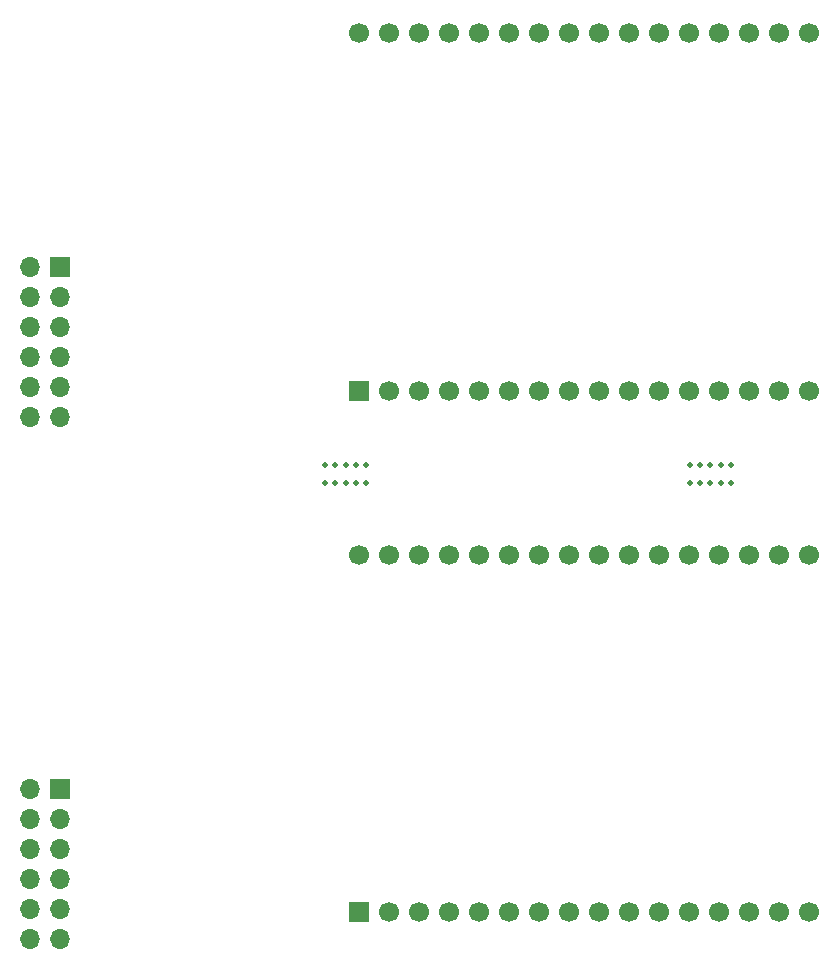
<source format=gbr>
%TF.GenerationSoftware,KiCad,Pcbnew,7.0.2*%
%TF.CreationDate,2023-08-12T01:48:42+09:00*%
%TF.ProjectId,Pmod_Matrix256,506d6f64-5f4d-4617-9472-69783235362e,rev?*%
%TF.SameCoordinates,Original*%
%TF.FileFunction,Soldermask,Bot*%
%TF.FilePolarity,Negative*%
%FSLAX46Y46*%
G04 Gerber Fmt 4.6, Leading zero omitted, Abs format (unit mm)*
G04 Created by KiCad (PCBNEW 7.0.2) date 2023-08-12 01:48:42*
%MOMM*%
%LPD*%
G01*
G04 APERTURE LIST*
%ADD10C,0.500000*%
%ADD11R,1.700000X1.700000*%
%ADD12O,1.700000X1.700000*%
%ADD13C,1.700000*%
G04 APERTURE END LIST*
D10*
%TO.C,REF\u002A\u002A*%
X132194500Y-62364000D03*
%TD*%
%TO.C,REF\u002A\u002A*%
X132194500Y-63964000D03*
%TD*%
%TO.C,REF\u002A\u002A*%
X134819500Y-62364000D03*
%TD*%
%TO.C,REF\u002A\u002A*%
X164805500Y-63964000D03*
%TD*%
D11*
%TO.C,J1*%
X108874500Y-89818000D03*
D12*
X108874500Y-92358000D03*
X108874500Y-94898000D03*
X108874500Y-97438000D03*
X108874500Y-99978000D03*
X108874500Y-102518000D03*
X106334500Y-89818000D03*
X106334500Y-92358000D03*
X106334500Y-94898000D03*
X106334500Y-97438000D03*
X106334500Y-99978000D03*
X106334500Y-102518000D03*
%TD*%
D10*
%TO.C,REF\u002A\u002A*%
X163930500Y-62364000D03*
%TD*%
%TO.C,REF\u002A\u002A*%
X131319500Y-63964000D03*
%TD*%
%TO.C,REF\u002A\u002A*%
X163055500Y-62364000D03*
%TD*%
%TO.C,REF\u002A\u002A*%
X165680500Y-62364000D03*
%TD*%
D11*
%TO.C,U1*%
X134212500Y-100266000D03*
D13*
X136752500Y-100266000D03*
X139292500Y-100266000D03*
X141832500Y-100266000D03*
X144372500Y-100266000D03*
X146912500Y-100266000D03*
X149452500Y-100266000D03*
X151992500Y-100266000D03*
X154532500Y-100266000D03*
X157072500Y-100266000D03*
X159612500Y-100266000D03*
X162152500Y-100266000D03*
X164692500Y-100266000D03*
X167232500Y-100266000D03*
X169772500Y-100266000D03*
X172312500Y-100266000D03*
X172312500Y-70006000D03*
X169772500Y-70006000D03*
X167232500Y-70006000D03*
X164692500Y-70006000D03*
X162152500Y-70006000D03*
X159612500Y-70006000D03*
X157072500Y-70006000D03*
X154532500Y-70006000D03*
X151992500Y-70006000D03*
X149452500Y-70006000D03*
X146912500Y-70006000D03*
X144372500Y-70006000D03*
X141832500Y-70006000D03*
X139292500Y-70006000D03*
X136752500Y-70006000D03*
X134212500Y-70006000D03*
%TD*%
D10*
%TO.C,REF\u002A\u002A*%
X131319500Y-62364000D03*
%TD*%
%TO.C,REF\u002A\u002A*%
X165680500Y-63964000D03*
%TD*%
%TO.C,REF\u002A\u002A*%
X163930500Y-63964000D03*
%TD*%
%TO.C,REF\u002A\u002A*%
X133944500Y-63964000D03*
%TD*%
%TO.C,REF\u002A\u002A*%
X164805500Y-62364000D03*
%TD*%
%TO.C,REF\u002A\u002A*%
X162180500Y-62364000D03*
%TD*%
%TO.C,REF\u002A\u002A*%
X162180500Y-63964000D03*
%TD*%
D11*
%TO.C,U1*%
X134212500Y-56102000D03*
D13*
X136752500Y-56102000D03*
X139292500Y-56102000D03*
X141832500Y-56102000D03*
X144372500Y-56102000D03*
X146912500Y-56102000D03*
X149452500Y-56102000D03*
X151992500Y-56102000D03*
X154532500Y-56102000D03*
X157072500Y-56102000D03*
X159612500Y-56102000D03*
X162152500Y-56102000D03*
X164692500Y-56102000D03*
X167232500Y-56102000D03*
X169772500Y-56102000D03*
X172312500Y-56102000D03*
X172312500Y-25842000D03*
X169772500Y-25842000D03*
X167232500Y-25842000D03*
X164692500Y-25842000D03*
X162152500Y-25842000D03*
X159612500Y-25842000D03*
X157072500Y-25842000D03*
X154532500Y-25842000D03*
X151992500Y-25842000D03*
X149452500Y-25842000D03*
X146912500Y-25842000D03*
X144372500Y-25842000D03*
X141832500Y-25842000D03*
X139292500Y-25842000D03*
X136752500Y-25842000D03*
X134212500Y-25842000D03*
%TD*%
D10*
%TO.C,REF\u002A\u002A*%
X163055500Y-63964000D03*
%TD*%
%TO.C,REF\u002A\u002A*%
X133069500Y-62364000D03*
%TD*%
%TO.C,REF\u002A\u002A*%
X134819500Y-63964000D03*
%TD*%
D11*
%TO.C,J1*%
X108874500Y-45654000D03*
D12*
X108874500Y-48194000D03*
X108874500Y-50734000D03*
X108874500Y-53274000D03*
X108874500Y-55814000D03*
X108874500Y-58354000D03*
X106334500Y-45654000D03*
X106334500Y-48194000D03*
X106334500Y-50734000D03*
X106334500Y-53274000D03*
X106334500Y-55814000D03*
X106334500Y-58354000D03*
%TD*%
D10*
%TO.C,REF\u002A\u002A*%
X133069500Y-63964000D03*
%TD*%
%TO.C,REF\u002A\u002A*%
X133944500Y-62364000D03*
%TD*%
M02*

</source>
